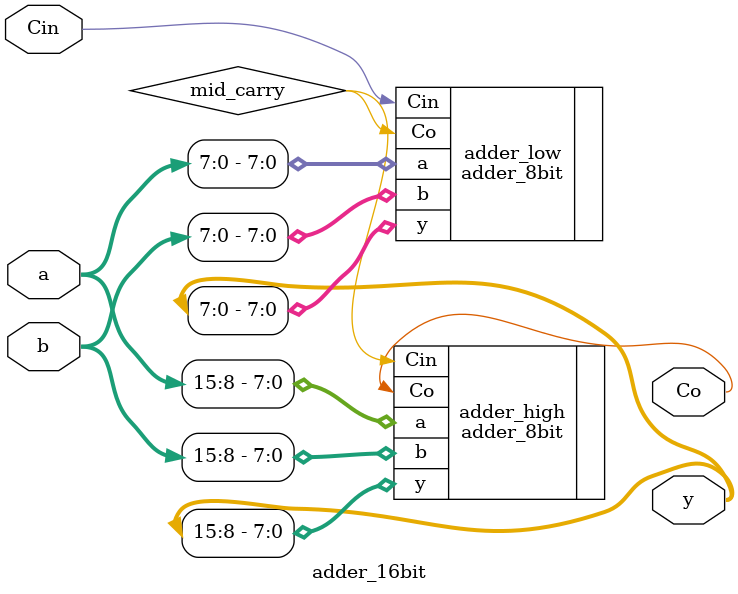
<source format=v>
module adder_16bit (
    input  wire [15:0] a,
    input  wire [15:0] b,
    input  wire        Cin,
    output wire [15:0] y,
    output wire        Co
);
    // Internal signal to connect the carry-out from lower 8-bit adder to the carry-in of the upper 8-bit adder.
    wire mid_carry;

    // Instantiate lower 8-bit adder instance.
    adder_8bit adder_low (
        .a   (a[7:0]),
        .b   (b[7:0]),
        .Cin (Cin),
        .y   (y[7:0]),
        .Co  (mid_carry)
    );

    // Instantiate upper 8-bit adder instance.
    adder_8bit adder_high (
        .a   (a[15:8]),
        .b   (b[15:8]),
        .Cin (mid_carry),
        .y   (y[15:8]),
        .Co  (Co)
    );

endmodule
</source>
